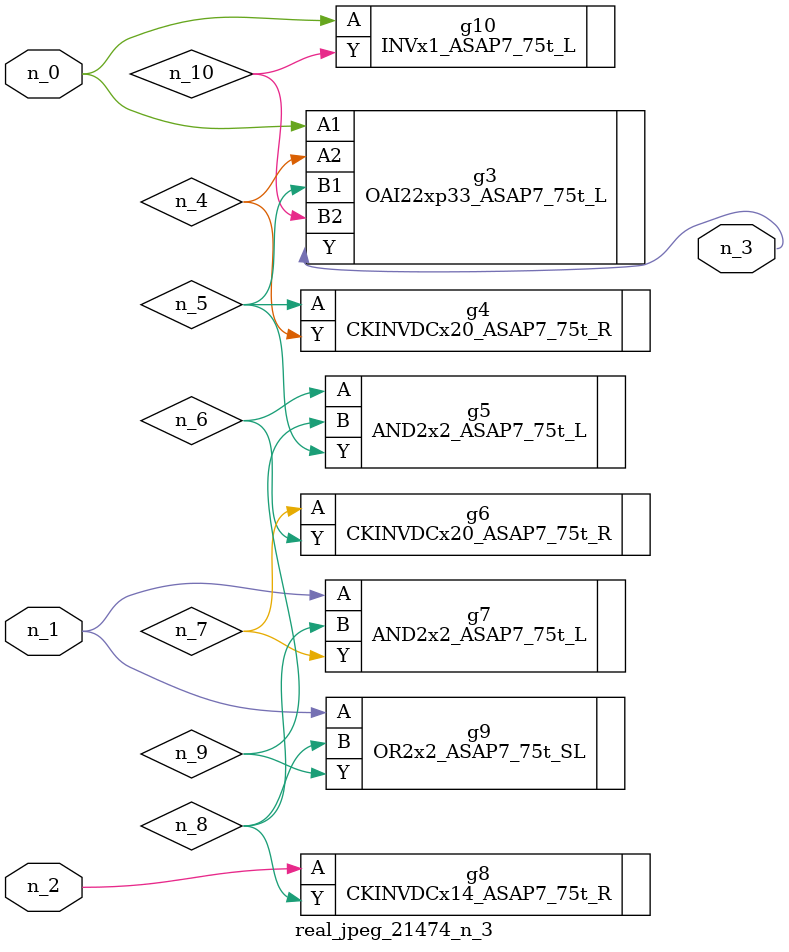
<source format=v>
module real_jpeg_21474_n_3 (n_1, n_0, n_2, n_3);

input n_1;
input n_0;
input n_2;

output n_3;

wire n_5;
wire n_4;
wire n_8;
wire n_6;
wire n_7;
wire n_10;
wire n_9;

OAI22xp33_ASAP7_75t_L g3 ( 
.A1(n_0),
.A2(n_4),
.B1(n_5),
.B2(n_10),
.Y(n_3)
);

INVx1_ASAP7_75t_L g10 ( 
.A(n_0),
.Y(n_10)
);

AND2x2_ASAP7_75t_L g7 ( 
.A(n_1),
.B(n_8),
.Y(n_7)
);

OR2x2_ASAP7_75t_SL g9 ( 
.A(n_1),
.B(n_8),
.Y(n_9)
);

CKINVDCx14_ASAP7_75t_R g8 ( 
.A(n_2),
.Y(n_8)
);

CKINVDCx20_ASAP7_75t_R g4 ( 
.A(n_5),
.Y(n_4)
);

AND2x2_ASAP7_75t_L g5 ( 
.A(n_6),
.B(n_9),
.Y(n_5)
);

CKINVDCx20_ASAP7_75t_R g6 ( 
.A(n_7),
.Y(n_6)
);


endmodule
</source>
